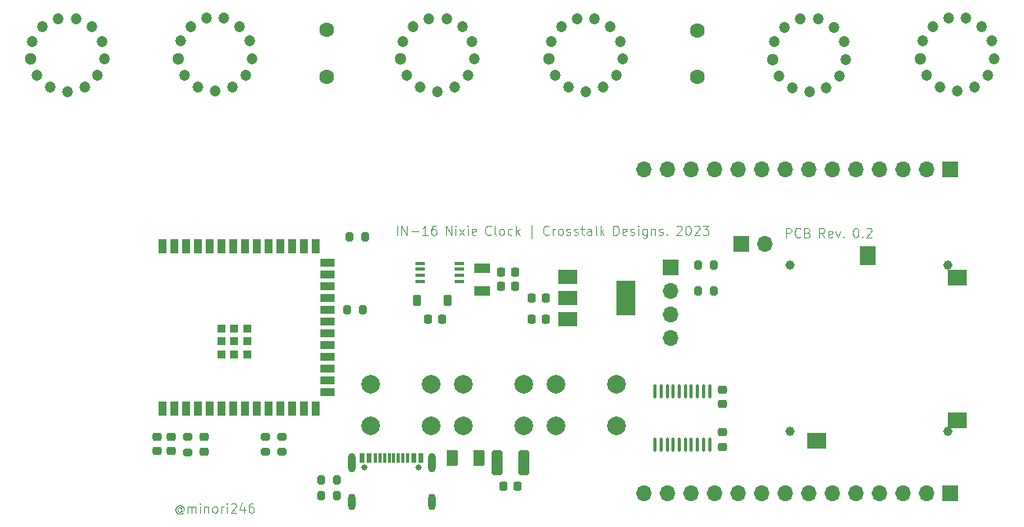
<source format=gts>
%TF.GenerationSoftware,KiCad,Pcbnew,(7.0.0)*%
%TF.CreationDate,2023-08-29T20:45:16+09:00*%
%TF.ProjectId,IN-16_Nixie_Clock,494e2d31-365f-44e6-9978-69655f436c6f,rev?*%
%TF.SameCoordinates,Original*%
%TF.FileFunction,Soldermask,Top*%
%TF.FilePolarity,Negative*%
%FSLAX46Y46*%
G04 Gerber Fmt 4.6, Leading zero omitted, Abs format (unit mm)*
G04 Created by KiCad (PCBNEW (7.0.0)) date 2023-08-29 20:45:16*
%MOMM*%
%LPD*%
G01*
G04 APERTURE LIST*
G04 Aperture macros list*
%AMRoundRect*
0 Rectangle with rounded corners*
0 $1 Rounding radius*
0 $2 $3 $4 $5 $6 $7 $8 $9 X,Y pos of 4 corners*
0 Add a 4 corners polygon primitive as box body*
4,1,4,$2,$3,$4,$5,$6,$7,$8,$9,$2,$3,0*
0 Add four circle primitives for the rounded corners*
1,1,$1+$1,$2,$3*
1,1,$1+$1,$4,$5*
1,1,$1+$1,$6,$7*
1,1,$1+$1,$8,$9*
0 Add four rect primitives between the rounded corners*
20,1,$1+$1,$2,$3,$4,$5,0*
20,1,$1+$1,$4,$5,$6,$7,0*
20,1,$1+$1,$6,$7,$8,$9,0*
20,1,$1+$1,$8,$9,$2,$3,0*%
G04 Aperture macros list end*
%ADD10C,0.100000*%
%ADD11RoundRect,0.225000X0.225000X0.375000X-0.225000X0.375000X-0.225000X-0.375000X0.225000X-0.375000X0*%
%ADD12C,1.200000*%
%ADD13C,1.300000*%
%ADD14C,1.600000*%
%ADD15RoundRect,0.225000X-0.250000X0.225000X-0.250000X-0.225000X0.250000X-0.225000X0.250000X0.225000X0*%
%ADD16RoundRect,0.225000X0.225000X0.250000X-0.225000X0.250000X-0.225000X-0.250000X0.225000X-0.250000X0*%
%ADD17RoundRect,0.100000X-0.100000X0.637500X-0.100000X-0.637500X0.100000X-0.637500X0.100000X0.637500X0*%
%ADD18RoundRect,0.200000X-0.275000X0.200000X-0.275000X-0.200000X0.275000X-0.200000X0.275000X0.200000X0*%
%ADD19R,1.700000X1.700000*%
%ADD20O,1.700000X1.700000*%
%ADD21RoundRect,0.225000X0.250000X-0.225000X0.250000X0.225000X-0.250000X0.225000X-0.250000X-0.225000X0*%
%ADD22RoundRect,0.200000X-0.200000X-0.275000X0.200000X-0.275000X0.200000X0.275000X-0.200000X0.275000X0*%
%ADD23C,0.650000*%
%ADD24R,0.600000X1.140000*%
%ADD25R,0.300000X1.140000*%
%ADD26O,0.800000X2.100000*%
%ADD27O,0.800000X1.800000*%
%ADD28R,1.800000X1.000000*%
%ADD29RoundRect,0.225000X-0.225000X-0.250000X0.225000X-0.250000X0.225000X0.250000X-0.225000X0.250000X0*%
%ADD30RoundRect,0.250000X0.375000X0.625000X-0.375000X0.625000X-0.375000X-0.625000X0.375000X-0.625000X0*%
%ADD31C,1.000000*%
%ADD32R,2.000000X1.800000*%
%ADD33R,1.800000X2.000000*%
%ADD34R,0.900000X1.500000*%
%ADD35R,1.500000X0.900000*%
%ADD36R,0.900000X0.900000*%
%ADD37R,1.100000X0.400000*%
%ADD38RoundRect,0.250000X-0.325000X-1.100000X0.325000X-1.100000X0.325000X1.100000X-0.325000X1.100000X0*%
%ADD39RoundRect,0.200000X0.275000X-0.200000X0.275000X0.200000X-0.275000X0.200000X-0.275000X-0.200000X0*%
%ADD40R,2.000000X1.500000*%
%ADD41R,2.000000X3.800000*%
%ADD42C,2.000000*%
G04 APERTURE END LIST*
D10*
X64357142Y-114114190D02*
X64309523Y-114066571D01*
X64309523Y-114066571D02*
X64214285Y-114018952D01*
X64214285Y-114018952D02*
X64119047Y-114018952D01*
X64119047Y-114018952D02*
X64023809Y-114066571D01*
X64023809Y-114066571D02*
X63976190Y-114114190D01*
X63976190Y-114114190D02*
X63928571Y-114209428D01*
X63928571Y-114209428D02*
X63928571Y-114304666D01*
X63928571Y-114304666D02*
X63976190Y-114399904D01*
X63976190Y-114399904D02*
X64023809Y-114447523D01*
X64023809Y-114447523D02*
X64119047Y-114495142D01*
X64119047Y-114495142D02*
X64214285Y-114495142D01*
X64214285Y-114495142D02*
X64309523Y-114447523D01*
X64309523Y-114447523D02*
X64357142Y-114399904D01*
X64357142Y-114018952D02*
X64357142Y-114399904D01*
X64357142Y-114399904D02*
X64404761Y-114447523D01*
X64404761Y-114447523D02*
X64452380Y-114447523D01*
X64452380Y-114447523D02*
X64547619Y-114399904D01*
X64547619Y-114399904D02*
X64595238Y-114304666D01*
X64595238Y-114304666D02*
X64595238Y-114066571D01*
X64595238Y-114066571D02*
X64500000Y-113923714D01*
X64500000Y-113923714D02*
X64357142Y-113828476D01*
X64357142Y-113828476D02*
X64166666Y-113780857D01*
X64166666Y-113780857D02*
X63976190Y-113828476D01*
X63976190Y-113828476D02*
X63833333Y-113923714D01*
X63833333Y-113923714D02*
X63738095Y-114066571D01*
X63738095Y-114066571D02*
X63690476Y-114257047D01*
X63690476Y-114257047D02*
X63738095Y-114447523D01*
X63738095Y-114447523D02*
X63833333Y-114590380D01*
X63833333Y-114590380D02*
X63976190Y-114685619D01*
X63976190Y-114685619D02*
X64166666Y-114733238D01*
X64166666Y-114733238D02*
X64357142Y-114685619D01*
X64357142Y-114685619D02*
X64500000Y-114590380D01*
X65023809Y-114590380D02*
X65023809Y-113923714D01*
X65023809Y-114018952D02*
X65071428Y-113971333D01*
X65071428Y-113971333D02*
X65166666Y-113923714D01*
X65166666Y-113923714D02*
X65309523Y-113923714D01*
X65309523Y-113923714D02*
X65404761Y-113971333D01*
X65404761Y-113971333D02*
X65452380Y-114066571D01*
X65452380Y-114066571D02*
X65452380Y-114590380D01*
X65452380Y-114066571D02*
X65499999Y-113971333D01*
X65499999Y-113971333D02*
X65595237Y-113923714D01*
X65595237Y-113923714D02*
X65738094Y-113923714D01*
X65738094Y-113923714D02*
X65833333Y-113971333D01*
X65833333Y-113971333D02*
X65880952Y-114066571D01*
X65880952Y-114066571D02*
X65880952Y-114590380D01*
X66357142Y-114590380D02*
X66357142Y-113923714D01*
X66357142Y-113590380D02*
X66309523Y-113638000D01*
X66309523Y-113638000D02*
X66357142Y-113685619D01*
X66357142Y-113685619D02*
X66404761Y-113638000D01*
X66404761Y-113638000D02*
X66357142Y-113590380D01*
X66357142Y-113590380D02*
X66357142Y-113685619D01*
X66833332Y-113923714D02*
X66833332Y-114590380D01*
X66833332Y-114018952D02*
X66880951Y-113971333D01*
X66880951Y-113971333D02*
X66976189Y-113923714D01*
X66976189Y-113923714D02*
X67119046Y-113923714D01*
X67119046Y-113923714D02*
X67214284Y-113971333D01*
X67214284Y-113971333D02*
X67261903Y-114066571D01*
X67261903Y-114066571D02*
X67261903Y-114590380D01*
X67880951Y-114590380D02*
X67785713Y-114542761D01*
X67785713Y-114542761D02*
X67738094Y-114495142D01*
X67738094Y-114495142D02*
X67690475Y-114399904D01*
X67690475Y-114399904D02*
X67690475Y-114114190D01*
X67690475Y-114114190D02*
X67738094Y-114018952D01*
X67738094Y-114018952D02*
X67785713Y-113971333D01*
X67785713Y-113971333D02*
X67880951Y-113923714D01*
X67880951Y-113923714D02*
X68023808Y-113923714D01*
X68023808Y-113923714D02*
X68119046Y-113971333D01*
X68119046Y-113971333D02*
X68166665Y-114018952D01*
X68166665Y-114018952D02*
X68214284Y-114114190D01*
X68214284Y-114114190D02*
X68214284Y-114399904D01*
X68214284Y-114399904D02*
X68166665Y-114495142D01*
X68166665Y-114495142D02*
X68119046Y-114542761D01*
X68119046Y-114542761D02*
X68023808Y-114590380D01*
X68023808Y-114590380D02*
X67880951Y-114590380D01*
X68642856Y-114590380D02*
X68642856Y-113923714D01*
X68642856Y-114114190D02*
X68690475Y-114018952D01*
X68690475Y-114018952D02*
X68738094Y-113971333D01*
X68738094Y-113971333D02*
X68833332Y-113923714D01*
X68833332Y-113923714D02*
X68928570Y-113923714D01*
X69261904Y-114590380D02*
X69261904Y-113923714D01*
X69261904Y-113590380D02*
X69214285Y-113638000D01*
X69214285Y-113638000D02*
X69261904Y-113685619D01*
X69261904Y-113685619D02*
X69309523Y-113638000D01*
X69309523Y-113638000D02*
X69261904Y-113590380D01*
X69261904Y-113590380D02*
X69261904Y-113685619D01*
X69690475Y-113685619D02*
X69738094Y-113638000D01*
X69738094Y-113638000D02*
X69833332Y-113590380D01*
X69833332Y-113590380D02*
X70071427Y-113590380D01*
X70071427Y-113590380D02*
X70166665Y-113638000D01*
X70166665Y-113638000D02*
X70214284Y-113685619D01*
X70214284Y-113685619D02*
X70261903Y-113780857D01*
X70261903Y-113780857D02*
X70261903Y-113876095D01*
X70261903Y-113876095D02*
X70214284Y-114018952D01*
X70214284Y-114018952D02*
X69642856Y-114590380D01*
X69642856Y-114590380D02*
X70261903Y-114590380D01*
X71119046Y-113923714D02*
X71119046Y-114590380D01*
X70880951Y-113542761D02*
X70642856Y-114257047D01*
X70642856Y-114257047D02*
X71261903Y-114257047D01*
X72071427Y-113590380D02*
X71880951Y-113590380D01*
X71880951Y-113590380D02*
X71785713Y-113638000D01*
X71785713Y-113638000D02*
X71738094Y-113685619D01*
X71738094Y-113685619D02*
X71642856Y-113828476D01*
X71642856Y-113828476D02*
X71595237Y-114018952D01*
X71595237Y-114018952D02*
X71595237Y-114399904D01*
X71595237Y-114399904D02*
X71642856Y-114495142D01*
X71642856Y-114495142D02*
X71690475Y-114542761D01*
X71690475Y-114542761D02*
X71785713Y-114590380D01*
X71785713Y-114590380D02*
X71976189Y-114590380D01*
X71976189Y-114590380D02*
X72071427Y-114542761D01*
X72071427Y-114542761D02*
X72119046Y-114495142D01*
X72119046Y-114495142D02*
X72166665Y-114399904D01*
X72166665Y-114399904D02*
X72166665Y-114161809D01*
X72166665Y-114161809D02*
X72119046Y-114066571D01*
X72119046Y-114066571D02*
X72071427Y-114018952D01*
X72071427Y-114018952D02*
X71976189Y-113971333D01*
X71976189Y-113971333D02*
X71785713Y-113971333D01*
X71785713Y-113971333D02*
X71690475Y-114018952D01*
X71690475Y-114018952D02*
X71642856Y-114066571D01*
X71642856Y-114066571D02*
X71595237Y-114161809D01*
X87614095Y-84618380D02*
X87614095Y-83618380D01*
X88090285Y-84618380D02*
X88090285Y-83618380D01*
X88090285Y-83618380D02*
X88661713Y-84618380D01*
X88661713Y-84618380D02*
X88661713Y-83618380D01*
X89137904Y-84237428D02*
X89899809Y-84237428D01*
X90899808Y-84618380D02*
X90328380Y-84618380D01*
X90614094Y-84618380D02*
X90614094Y-83618380D01*
X90614094Y-83618380D02*
X90518856Y-83761238D01*
X90518856Y-83761238D02*
X90423618Y-83856476D01*
X90423618Y-83856476D02*
X90328380Y-83904095D01*
X91756951Y-83618380D02*
X91566475Y-83618380D01*
X91566475Y-83618380D02*
X91471237Y-83666000D01*
X91471237Y-83666000D02*
X91423618Y-83713619D01*
X91423618Y-83713619D02*
X91328380Y-83856476D01*
X91328380Y-83856476D02*
X91280761Y-84046952D01*
X91280761Y-84046952D02*
X91280761Y-84427904D01*
X91280761Y-84427904D02*
X91328380Y-84523142D01*
X91328380Y-84523142D02*
X91375999Y-84570761D01*
X91375999Y-84570761D02*
X91471237Y-84618380D01*
X91471237Y-84618380D02*
X91661713Y-84618380D01*
X91661713Y-84618380D02*
X91756951Y-84570761D01*
X91756951Y-84570761D02*
X91804570Y-84523142D01*
X91804570Y-84523142D02*
X91852189Y-84427904D01*
X91852189Y-84427904D02*
X91852189Y-84189809D01*
X91852189Y-84189809D02*
X91804570Y-84094571D01*
X91804570Y-84094571D02*
X91756951Y-84046952D01*
X91756951Y-84046952D02*
X91661713Y-83999333D01*
X91661713Y-83999333D02*
X91471237Y-83999333D01*
X91471237Y-83999333D02*
X91375999Y-84046952D01*
X91375999Y-84046952D02*
X91328380Y-84094571D01*
X91328380Y-84094571D02*
X91280761Y-84189809D01*
X92880761Y-84618380D02*
X92880761Y-83618380D01*
X92880761Y-83618380D02*
X93452189Y-84618380D01*
X93452189Y-84618380D02*
X93452189Y-83618380D01*
X93928380Y-84618380D02*
X93928380Y-83951714D01*
X93928380Y-83618380D02*
X93880761Y-83666000D01*
X93880761Y-83666000D02*
X93928380Y-83713619D01*
X93928380Y-83713619D02*
X93975999Y-83666000D01*
X93975999Y-83666000D02*
X93928380Y-83618380D01*
X93928380Y-83618380D02*
X93928380Y-83713619D01*
X94309332Y-84618380D02*
X94833141Y-83951714D01*
X94309332Y-83951714D02*
X94833141Y-84618380D01*
X95214094Y-84618380D02*
X95214094Y-83951714D01*
X95214094Y-83618380D02*
X95166475Y-83666000D01*
X95166475Y-83666000D02*
X95214094Y-83713619D01*
X95214094Y-83713619D02*
X95261713Y-83666000D01*
X95261713Y-83666000D02*
X95214094Y-83618380D01*
X95214094Y-83618380D02*
X95214094Y-83713619D01*
X96071236Y-84570761D02*
X95975998Y-84618380D01*
X95975998Y-84618380D02*
X95785522Y-84618380D01*
X95785522Y-84618380D02*
X95690284Y-84570761D01*
X95690284Y-84570761D02*
X95642665Y-84475523D01*
X95642665Y-84475523D02*
X95642665Y-84094571D01*
X95642665Y-84094571D02*
X95690284Y-83999333D01*
X95690284Y-83999333D02*
X95785522Y-83951714D01*
X95785522Y-83951714D02*
X95975998Y-83951714D01*
X95975998Y-83951714D02*
X96071236Y-83999333D01*
X96071236Y-83999333D02*
X96118855Y-84094571D01*
X96118855Y-84094571D02*
X96118855Y-84189809D01*
X96118855Y-84189809D02*
X95642665Y-84285047D01*
X97718855Y-84523142D02*
X97671236Y-84570761D01*
X97671236Y-84570761D02*
X97528379Y-84618380D01*
X97528379Y-84618380D02*
X97433141Y-84618380D01*
X97433141Y-84618380D02*
X97290284Y-84570761D01*
X97290284Y-84570761D02*
X97195046Y-84475523D01*
X97195046Y-84475523D02*
X97147427Y-84380285D01*
X97147427Y-84380285D02*
X97099808Y-84189809D01*
X97099808Y-84189809D02*
X97099808Y-84046952D01*
X97099808Y-84046952D02*
X97147427Y-83856476D01*
X97147427Y-83856476D02*
X97195046Y-83761238D01*
X97195046Y-83761238D02*
X97290284Y-83666000D01*
X97290284Y-83666000D02*
X97433141Y-83618380D01*
X97433141Y-83618380D02*
X97528379Y-83618380D01*
X97528379Y-83618380D02*
X97671236Y-83666000D01*
X97671236Y-83666000D02*
X97718855Y-83713619D01*
X98290284Y-84618380D02*
X98195046Y-84570761D01*
X98195046Y-84570761D02*
X98147427Y-84475523D01*
X98147427Y-84475523D02*
X98147427Y-83618380D01*
X98814094Y-84618380D02*
X98718856Y-84570761D01*
X98718856Y-84570761D02*
X98671237Y-84523142D01*
X98671237Y-84523142D02*
X98623618Y-84427904D01*
X98623618Y-84427904D02*
X98623618Y-84142190D01*
X98623618Y-84142190D02*
X98671237Y-84046952D01*
X98671237Y-84046952D02*
X98718856Y-83999333D01*
X98718856Y-83999333D02*
X98814094Y-83951714D01*
X98814094Y-83951714D02*
X98956951Y-83951714D01*
X98956951Y-83951714D02*
X99052189Y-83999333D01*
X99052189Y-83999333D02*
X99099808Y-84046952D01*
X99099808Y-84046952D02*
X99147427Y-84142190D01*
X99147427Y-84142190D02*
X99147427Y-84427904D01*
X99147427Y-84427904D02*
X99099808Y-84523142D01*
X99099808Y-84523142D02*
X99052189Y-84570761D01*
X99052189Y-84570761D02*
X98956951Y-84618380D01*
X98956951Y-84618380D02*
X98814094Y-84618380D01*
X100004570Y-84570761D02*
X99909332Y-84618380D01*
X99909332Y-84618380D02*
X99718856Y-84618380D01*
X99718856Y-84618380D02*
X99623618Y-84570761D01*
X99623618Y-84570761D02*
X99575999Y-84523142D01*
X99575999Y-84523142D02*
X99528380Y-84427904D01*
X99528380Y-84427904D02*
X99528380Y-84142190D01*
X99528380Y-84142190D02*
X99575999Y-84046952D01*
X99575999Y-84046952D02*
X99623618Y-83999333D01*
X99623618Y-83999333D02*
X99718856Y-83951714D01*
X99718856Y-83951714D02*
X99909332Y-83951714D01*
X99909332Y-83951714D02*
X100004570Y-83999333D01*
X100433142Y-84618380D02*
X100433142Y-83618380D01*
X100528380Y-84237428D02*
X100814094Y-84618380D01*
X100814094Y-83951714D02*
X100433142Y-84332666D01*
X102080761Y-84951714D02*
X102080761Y-83523142D01*
X103966475Y-84523142D02*
X103918856Y-84570761D01*
X103918856Y-84570761D02*
X103775999Y-84618380D01*
X103775999Y-84618380D02*
X103680761Y-84618380D01*
X103680761Y-84618380D02*
X103537904Y-84570761D01*
X103537904Y-84570761D02*
X103442666Y-84475523D01*
X103442666Y-84475523D02*
X103395047Y-84380285D01*
X103395047Y-84380285D02*
X103347428Y-84189809D01*
X103347428Y-84189809D02*
X103347428Y-84046952D01*
X103347428Y-84046952D02*
X103395047Y-83856476D01*
X103395047Y-83856476D02*
X103442666Y-83761238D01*
X103442666Y-83761238D02*
X103537904Y-83666000D01*
X103537904Y-83666000D02*
X103680761Y-83618380D01*
X103680761Y-83618380D02*
X103775999Y-83618380D01*
X103775999Y-83618380D02*
X103918856Y-83666000D01*
X103918856Y-83666000D02*
X103966475Y-83713619D01*
X104395047Y-84618380D02*
X104395047Y-83951714D01*
X104395047Y-84142190D02*
X104442666Y-84046952D01*
X104442666Y-84046952D02*
X104490285Y-83999333D01*
X104490285Y-83999333D02*
X104585523Y-83951714D01*
X104585523Y-83951714D02*
X104680761Y-83951714D01*
X105156952Y-84618380D02*
X105061714Y-84570761D01*
X105061714Y-84570761D02*
X105014095Y-84523142D01*
X105014095Y-84523142D02*
X104966476Y-84427904D01*
X104966476Y-84427904D02*
X104966476Y-84142190D01*
X104966476Y-84142190D02*
X105014095Y-84046952D01*
X105014095Y-84046952D02*
X105061714Y-83999333D01*
X105061714Y-83999333D02*
X105156952Y-83951714D01*
X105156952Y-83951714D02*
X105299809Y-83951714D01*
X105299809Y-83951714D02*
X105395047Y-83999333D01*
X105395047Y-83999333D02*
X105442666Y-84046952D01*
X105442666Y-84046952D02*
X105490285Y-84142190D01*
X105490285Y-84142190D02*
X105490285Y-84427904D01*
X105490285Y-84427904D02*
X105442666Y-84523142D01*
X105442666Y-84523142D02*
X105395047Y-84570761D01*
X105395047Y-84570761D02*
X105299809Y-84618380D01*
X105299809Y-84618380D02*
X105156952Y-84618380D01*
X105871238Y-84570761D02*
X105966476Y-84618380D01*
X105966476Y-84618380D02*
X106156952Y-84618380D01*
X106156952Y-84618380D02*
X106252190Y-84570761D01*
X106252190Y-84570761D02*
X106299809Y-84475523D01*
X106299809Y-84475523D02*
X106299809Y-84427904D01*
X106299809Y-84427904D02*
X106252190Y-84332666D01*
X106252190Y-84332666D02*
X106156952Y-84285047D01*
X106156952Y-84285047D02*
X106014095Y-84285047D01*
X106014095Y-84285047D02*
X105918857Y-84237428D01*
X105918857Y-84237428D02*
X105871238Y-84142190D01*
X105871238Y-84142190D02*
X105871238Y-84094571D01*
X105871238Y-84094571D02*
X105918857Y-83999333D01*
X105918857Y-83999333D02*
X106014095Y-83951714D01*
X106014095Y-83951714D02*
X106156952Y-83951714D01*
X106156952Y-83951714D02*
X106252190Y-83999333D01*
X106680762Y-84570761D02*
X106776000Y-84618380D01*
X106776000Y-84618380D02*
X106966476Y-84618380D01*
X106966476Y-84618380D02*
X107061714Y-84570761D01*
X107061714Y-84570761D02*
X107109333Y-84475523D01*
X107109333Y-84475523D02*
X107109333Y-84427904D01*
X107109333Y-84427904D02*
X107061714Y-84332666D01*
X107061714Y-84332666D02*
X106966476Y-84285047D01*
X106966476Y-84285047D02*
X106823619Y-84285047D01*
X106823619Y-84285047D02*
X106728381Y-84237428D01*
X106728381Y-84237428D02*
X106680762Y-84142190D01*
X106680762Y-84142190D02*
X106680762Y-84094571D01*
X106680762Y-84094571D02*
X106728381Y-83999333D01*
X106728381Y-83999333D02*
X106823619Y-83951714D01*
X106823619Y-83951714D02*
X106966476Y-83951714D01*
X106966476Y-83951714D02*
X107061714Y-83999333D01*
X107395048Y-83951714D02*
X107776000Y-83951714D01*
X107537905Y-83618380D02*
X107537905Y-84475523D01*
X107537905Y-84475523D02*
X107585524Y-84570761D01*
X107585524Y-84570761D02*
X107680762Y-84618380D01*
X107680762Y-84618380D02*
X107776000Y-84618380D01*
X108537905Y-84618380D02*
X108537905Y-84094571D01*
X108537905Y-84094571D02*
X108490286Y-83999333D01*
X108490286Y-83999333D02*
X108395048Y-83951714D01*
X108395048Y-83951714D02*
X108204572Y-83951714D01*
X108204572Y-83951714D02*
X108109334Y-83999333D01*
X108537905Y-84570761D02*
X108442667Y-84618380D01*
X108442667Y-84618380D02*
X108204572Y-84618380D01*
X108204572Y-84618380D02*
X108109334Y-84570761D01*
X108109334Y-84570761D02*
X108061715Y-84475523D01*
X108061715Y-84475523D02*
X108061715Y-84380285D01*
X108061715Y-84380285D02*
X108109334Y-84285047D01*
X108109334Y-84285047D02*
X108204572Y-84237428D01*
X108204572Y-84237428D02*
X108442667Y-84237428D01*
X108442667Y-84237428D02*
X108537905Y-84189809D01*
X109156953Y-84618380D02*
X109061715Y-84570761D01*
X109061715Y-84570761D02*
X109014096Y-84475523D01*
X109014096Y-84475523D02*
X109014096Y-83618380D01*
X109537906Y-84618380D02*
X109537906Y-83618380D01*
X109633144Y-84237428D02*
X109918858Y-84618380D01*
X109918858Y-83951714D02*
X109537906Y-84332666D01*
X110947430Y-84618380D02*
X110947430Y-83618380D01*
X110947430Y-83618380D02*
X111185525Y-83618380D01*
X111185525Y-83618380D02*
X111328382Y-83666000D01*
X111328382Y-83666000D02*
X111423620Y-83761238D01*
X111423620Y-83761238D02*
X111471239Y-83856476D01*
X111471239Y-83856476D02*
X111518858Y-84046952D01*
X111518858Y-84046952D02*
X111518858Y-84189809D01*
X111518858Y-84189809D02*
X111471239Y-84380285D01*
X111471239Y-84380285D02*
X111423620Y-84475523D01*
X111423620Y-84475523D02*
X111328382Y-84570761D01*
X111328382Y-84570761D02*
X111185525Y-84618380D01*
X111185525Y-84618380D02*
X110947430Y-84618380D01*
X112328382Y-84570761D02*
X112233144Y-84618380D01*
X112233144Y-84618380D02*
X112042668Y-84618380D01*
X112042668Y-84618380D02*
X111947430Y-84570761D01*
X111947430Y-84570761D02*
X111899811Y-84475523D01*
X111899811Y-84475523D02*
X111899811Y-84094571D01*
X111899811Y-84094571D02*
X111947430Y-83999333D01*
X111947430Y-83999333D02*
X112042668Y-83951714D01*
X112042668Y-83951714D02*
X112233144Y-83951714D01*
X112233144Y-83951714D02*
X112328382Y-83999333D01*
X112328382Y-83999333D02*
X112376001Y-84094571D01*
X112376001Y-84094571D02*
X112376001Y-84189809D01*
X112376001Y-84189809D02*
X111899811Y-84285047D01*
X112756954Y-84570761D02*
X112852192Y-84618380D01*
X112852192Y-84618380D02*
X113042668Y-84618380D01*
X113042668Y-84618380D02*
X113137906Y-84570761D01*
X113137906Y-84570761D02*
X113185525Y-84475523D01*
X113185525Y-84475523D02*
X113185525Y-84427904D01*
X113185525Y-84427904D02*
X113137906Y-84332666D01*
X113137906Y-84332666D02*
X113042668Y-84285047D01*
X113042668Y-84285047D02*
X112899811Y-84285047D01*
X112899811Y-84285047D02*
X112804573Y-84237428D01*
X112804573Y-84237428D02*
X112756954Y-84142190D01*
X112756954Y-84142190D02*
X112756954Y-84094571D01*
X112756954Y-84094571D02*
X112804573Y-83999333D01*
X112804573Y-83999333D02*
X112899811Y-83951714D01*
X112899811Y-83951714D02*
X113042668Y-83951714D01*
X113042668Y-83951714D02*
X113137906Y-83999333D01*
X113614097Y-84618380D02*
X113614097Y-83951714D01*
X113614097Y-83618380D02*
X113566478Y-83666000D01*
X113566478Y-83666000D02*
X113614097Y-83713619D01*
X113614097Y-83713619D02*
X113661716Y-83666000D01*
X113661716Y-83666000D02*
X113614097Y-83618380D01*
X113614097Y-83618380D02*
X113614097Y-83713619D01*
X114518858Y-83951714D02*
X114518858Y-84761238D01*
X114518858Y-84761238D02*
X114471239Y-84856476D01*
X114471239Y-84856476D02*
X114423620Y-84904095D01*
X114423620Y-84904095D02*
X114328382Y-84951714D01*
X114328382Y-84951714D02*
X114185525Y-84951714D01*
X114185525Y-84951714D02*
X114090287Y-84904095D01*
X114518858Y-84570761D02*
X114423620Y-84618380D01*
X114423620Y-84618380D02*
X114233144Y-84618380D01*
X114233144Y-84618380D02*
X114137906Y-84570761D01*
X114137906Y-84570761D02*
X114090287Y-84523142D01*
X114090287Y-84523142D02*
X114042668Y-84427904D01*
X114042668Y-84427904D02*
X114042668Y-84142190D01*
X114042668Y-84142190D02*
X114090287Y-84046952D01*
X114090287Y-84046952D02*
X114137906Y-83999333D01*
X114137906Y-83999333D02*
X114233144Y-83951714D01*
X114233144Y-83951714D02*
X114423620Y-83951714D01*
X114423620Y-83951714D02*
X114518858Y-83999333D01*
X114995049Y-83951714D02*
X114995049Y-84618380D01*
X114995049Y-84046952D02*
X115042668Y-83999333D01*
X115042668Y-83999333D02*
X115137906Y-83951714D01*
X115137906Y-83951714D02*
X115280763Y-83951714D01*
X115280763Y-83951714D02*
X115376001Y-83999333D01*
X115376001Y-83999333D02*
X115423620Y-84094571D01*
X115423620Y-84094571D02*
X115423620Y-84618380D01*
X115852192Y-84570761D02*
X115947430Y-84618380D01*
X115947430Y-84618380D02*
X116137906Y-84618380D01*
X116137906Y-84618380D02*
X116233144Y-84570761D01*
X116233144Y-84570761D02*
X116280763Y-84475523D01*
X116280763Y-84475523D02*
X116280763Y-84427904D01*
X116280763Y-84427904D02*
X116233144Y-84332666D01*
X116233144Y-84332666D02*
X116137906Y-84285047D01*
X116137906Y-84285047D02*
X115995049Y-84285047D01*
X115995049Y-84285047D02*
X115899811Y-84237428D01*
X115899811Y-84237428D02*
X115852192Y-84142190D01*
X115852192Y-84142190D02*
X115852192Y-84094571D01*
X115852192Y-84094571D02*
X115899811Y-83999333D01*
X115899811Y-83999333D02*
X115995049Y-83951714D01*
X115995049Y-83951714D02*
X116137906Y-83951714D01*
X116137906Y-83951714D02*
X116233144Y-83999333D01*
X116709335Y-84523142D02*
X116756954Y-84570761D01*
X116756954Y-84570761D02*
X116709335Y-84618380D01*
X116709335Y-84618380D02*
X116661716Y-84570761D01*
X116661716Y-84570761D02*
X116709335Y-84523142D01*
X116709335Y-84523142D02*
X116709335Y-84618380D01*
X117737906Y-83713619D02*
X117785525Y-83666000D01*
X117785525Y-83666000D02*
X117880763Y-83618380D01*
X117880763Y-83618380D02*
X118118858Y-83618380D01*
X118118858Y-83618380D02*
X118214096Y-83666000D01*
X118214096Y-83666000D02*
X118261715Y-83713619D01*
X118261715Y-83713619D02*
X118309334Y-83808857D01*
X118309334Y-83808857D02*
X118309334Y-83904095D01*
X118309334Y-83904095D02*
X118261715Y-84046952D01*
X118261715Y-84046952D02*
X117690287Y-84618380D01*
X117690287Y-84618380D02*
X118309334Y-84618380D01*
X118928382Y-83618380D02*
X119023620Y-83618380D01*
X119023620Y-83618380D02*
X119118858Y-83666000D01*
X119118858Y-83666000D02*
X119166477Y-83713619D01*
X119166477Y-83713619D02*
X119214096Y-83808857D01*
X119214096Y-83808857D02*
X119261715Y-83999333D01*
X119261715Y-83999333D02*
X119261715Y-84237428D01*
X119261715Y-84237428D02*
X119214096Y-84427904D01*
X119214096Y-84427904D02*
X119166477Y-84523142D01*
X119166477Y-84523142D02*
X119118858Y-84570761D01*
X119118858Y-84570761D02*
X119023620Y-84618380D01*
X119023620Y-84618380D02*
X118928382Y-84618380D01*
X118928382Y-84618380D02*
X118833144Y-84570761D01*
X118833144Y-84570761D02*
X118785525Y-84523142D01*
X118785525Y-84523142D02*
X118737906Y-84427904D01*
X118737906Y-84427904D02*
X118690287Y-84237428D01*
X118690287Y-84237428D02*
X118690287Y-83999333D01*
X118690287Y-83999333D02*
X118737906Y-83808857D01*
X118737906Y-83808857D02*
X118785525Y-83713619D01*
X118785525Y-83713619D02*
X118833144Y-83666000D01*
X118833144Y-83666000D02*
X118928382Y-83618380D01*
X119642668Y-83713619D02*
X119690287Y-83666000D01*
X119690287Y-83666000D02*
X119785525Y-83618380D01*
X119785525Y-83618380D02*
X120023620Y-83618380D01*
X120023620Y-83618380D02*
X120118858Y-83666000D01*
X120118858Y-83666000D02*
X120166477Y-83713619D01*
X120166477Y-83713619D02*
X120214096Y-83808857D01*
X120214096Y-83808857D02*
X120214096Y-83904095D01*
X120214096Y-83904095D02*
X120166477Y-84046952D01*
X120166477Y-84046952D02*
X119595049Y-84618380D01*
X119595049Y-84618380D02*
X120214096Y-84618380D01*
X120547430Y-83618380D02*
X121166477Y-83618380D01*
X121166477Y-83618380D02*
X120833144Y-83999333D01*
X120833144Y-83999333D02*
X120976001Y-83999333D01*
X120976001Y-83999333D02*
X121071239Y-84046952D01*
X121071239Y-84046952D02*
X121118858Y-84094571D01*
X121118858Y-84094571D02*
X121166477Y-84189809D01*
X121166477Y-84189809D02*
X121166477Y-84427904D01*
X121166477Y-84427904D02*
X121118858Y-84523142D01*
X121118858Y-84523142D02*
X121071239Y-84570761D01*
X121071239Y-84570761D02*
X120976001Y-84618380D01*
X120976001Y-84618380D02*
X120690287Y-84618380D01*
X120690287Y-84618380D02*
X120595049Y-84570761D01*
X120595049Y-84570761D02*
X120547430Y-84523142D01*
X129524095Y-84872380D02*
X129524095Y-83872380D01*
X129524095Y-83872380D02*
X129905047Y-83872380D01*
X129905047Y-83872380D02*
X130000285Y-83920000D01*
X130000285Y-83920000D02*
X130047904Y-83967619D01*
X130047904Y-83967619D02*
X130095523Y-84062857D01*
X130095523Y-84062857D02*
X130095523Y-84205714D01*
X130095523Y-84205714D02*
X130047904Y-84300952D01*
X130047904Y-84300952D02*
X130000285Y-84348571D01*
X130000285Y-84348571D02*
X129905047Y-84396190D01*
X129905047Y-84396190D02*
X129524095Y-84396190D01*
X131095523Y-84777142D02*
X131047904Y-84824761D01*
X131047904Y-84824761D02*
X130905047Y-84872380D01*
X130905047Y-84872380D02*
X130809809Y-84872380D01*
X130809809Y-84872380D02*
X130666952Y-84824761D01*
X130666952Y-84824761D02*
X130571714Y-84729523D01*
X130571714Y-84729523D02*
X130524095Y-84634285D01*
X130524095Y-84634285D02*
X130476476Y-84443809D01*
X130476476Y-84443809D02*
X130476476Y-84300952D01*
X130476476Y-84300952D02*
X130524095Y-84110476D01*
X130524095Y-84110476D02*
X130571714Y-84015238D01*
X130571714Y-84015238D02*
X130666952Y-83920000D01*
X130666952Y-83920000D02*
X130809809Y-83872380D01*
X130809809Y-83872380D02*
X130905047Y-83872380D01*
X130905047Y-83872380D02*
X131047904Y-83920000D01*
X131047904Y-83920000D02*
X131095523Y-83967619D01*
X131857428Y-84348571D02*
X132000285Y-84396190D01*
X132000285Y-84396190D02*
X132047904Y-84443809D01*
X132047904Y-84443809D02*
X132095523Y-84539047D01*
X132095523Y-84539047D02*
X132095523Y-84681904D01*
X132095523Y-84681904D02*
X132047904Y-84777142D01*
X132047904Y-84777142D02*
X132000285Y-84824761D01*
X132000285Y-84824761D02*
X131905047Y-84872380D01*
X131905047Y-84872380D02*
X131524095Y-84872380D01*
X131524095Y-84872380D02*
X131524095Y-83872380D01*
X131524095Y-83872380D02*
X131857428Y-83872380D01*
X131857428Y-83872380D02*
X131952666Y-83920000D01*
X131952666Y-83920000D02*
X132000285Y-83967619D01*
X132000285Y-83967619D02*
X132047904Y-84062857D01*
X132047904Y-84062857D02*
X132047904Y-84158095D01*
X132047904Y-84158095D02*
X132000285Y-84253333D01*
X132000285Y-84253333D02*
X131952666Y-84300952D01*
X131952666Y-84300952D02*
X131857428Y-84348571D01*
X131857428Y-84348571D02*
X131524095Y-84348571D01*
X133695523Y-84872380D02*
X133362190Y-84396190D01*
X133124095Y-84872380D02*
X133124095Y-83872380D01*
X133124095Y-83872380D02*
X133505047Y-83872380D01*
X133505047Y-83872380D02*
X133600285Y-83920000D01*
X133600285Y-83920000D02*
X133647904Y-83967619D01*
X133647904Y-83967619D02*
X133695523Y-84062857D01*
X133695523Y-84062857D02*
X133695523Y-84205714D01*
X133695523Y-84205714D02*
X133647904Y-84300952D01*
X133647904Y-84300952D02*
X133600285Y-84348571D01*
X133600285Y-84348571D02*
X133505047Y-84396190D01*
X133505047Y-84396190D02*
X133124095Y-84396190D01*
X134505047Y-84824761D02*
X134409809Y-84872380D01*
X134409809Y-84872380D02*
X134219333Y-84872380D01*
X134219333Y-84872380D02*
X134124095Y-84824761D01*
X134124095Y-84824761D02*
X134076476Y-84729523D01*
X134076476Y-84729523D02*
X134076476Y-84348571D01*
X134076476Y-84348571D02*
X134124095Y-84253333D01*
X134124095Y-84253333D02*
X134219333Y-84205714D01*
X134219333Y-84205714D02*
X134409809Y-84205714D01*
X134409809Y-84205714D02*
X134505047Y-84253333D01*
X134505047Y-84253333D02*
X134552666Y-84348571D01*
X134552666Y-84348571D02*
X134552666Y-84443809D01*
X134552666Y-84443809D02*
X134076476Y-84539047D01*
X134886000Y-84205714D02*
X135124095Y-84872380D01*
X135124095Y-84872380D02*
X135362190Y-84205714D01*
X135743143Y-84777142D02*
X135790762Y-84824761D01*
X135790762Y-84824761D02*
X135743143Y-84872380D01*
X135743143Y-84872380D02*
X135695524Y-84824761D01*
X135695524Y-84824761D02*
X135743143Y-84777142D01*
X135743143Y-84777142D02*
X135743143Y-84872380D01*
X137009809Y-83872380D02*
X137105047Y-83872380D01*
X137105047Y-83872380D02*
X137200285Y-83920000D01*
X137200285Y-83920000D02*
X137247904Y-83967619D01*
X137247904Y-83967619D02*
X137295523Y-84062857D01*
X137295523Y-84062857D02*
X137343142Y-84253333D01*
X137343142Y-84253333D02*
X137343142Y-84491428D01*
X137343142Y-84491428D02*
X137295523Y-84681904D01*
X137295523Y-84681904D02*
X137247904Y-84777142D01*
X137247904Y-84777142D02*
X137200285Y-84824761D01*
X137200285Y-84824761D02*
X137105047Y-84872380D01*
X137105047Y-84872380D02*
X137009809Y-84872380D01*
X137009809Y-84872380D02*
X136914571Y-84824761D01*
X136914571Y-84824761D02*
X136866952Y-84777142D01*
X136866952Y-84777142D02*
X136819333Y-84681904D01*
X136819333Y-84681904D02*
X136771714Y-84491428D01*
X136771714Y-84491428D02*
X136771714Y-84253333D01*
X136771714Y-84253333D02*
X136819333Y-84062857D01*
X136819333Y-84062857D02*
X136866952Y-83967619D01*
X136866952Y-83967619D02*
X136914571Y-83920000D01*
X136914571Y-83920000D02*
X137009809Y-83872380D01*
X137771714Y-84777142D02*
X137819333Y-84824761D01*
X137819333Y-84824761D02*
X137771714Y-84872380D01*
X137771714Y-84872380D02*
X137724095Y-84824761D01*
X137724095Y-84824761D02*
X137771714Y-84777142D01*
X137771714Y-84777142D02*
X137771714Y-84872380D01*
X138200285Y-83967619D02*
X138247904Y-83920000D01*
X138247904Y-83920000D02*
X138343142Y-83872380D01*
X138343142Y-83872380D02*
X138581237Y-83872380D01*
X138581237Y-83872380D02*
X138676475Y-83920000D01*
X138676475Y-83920000D02*
X138724094Y-83967619D01*
X138724094Y-83967619D02*
X138771713Y-84062857D01*
X138771713Y-84062857D02*
X138771713Y-84158095D01*
X138771713Y-84158095D02*
X138724094Y-84300952D01*
X138724094Y-84300952D02*
X138152666Y-84872380D01*
X138152666Y-84872380D02*
X138771713Y-84872380D01*
D11*
%TO.C,D4*%
X93090000Y-91694000D03*
X89790000Y-91694000D03*
%TD*%
D12*
%TO.C,N4*%
X107940000Y-69120000D03*
X109800000Y-68660000D03*
X111230000Y-67390000D03*
X111910000Y-65600000D03*
X111680000Y-63700000D03*
X110590000Y-62130000D03*
X108900000Y-61240000D03*
X106980000Y-61240000D03*
X105290000Y-62130000D03*
X104200000Y-63700000D03*
D13*
X103970000Y-65600000D03*
D12*
X104650000Y-67390000D03*
X106080000Y-68660000D03*
%TD*%
D14*
%TO.C,N9*%
X119990818Y-67524000D03*
X119990818Y-62524000D03*
%TD*%
D12*
%TO.C,N1*%
X132040000Y-69160000D03*
X133900000Y-68700000D03*
X135330000Y-67430000D03*
X136010000Y-65640000D03*
X135780000Y-63740000D03*
X134690000Y-62170000D03*
X133000000Y-61280000D03*
X131080000Y-61280000D03*
X129390000Y-62170000D03*
X128300000Y-63740000D03*
D13*
X128070000Y-65640000D03*
D12*
X128750000Y-67430000D03*
X130180000Y-68700000D03*
%TD*%
D15*
%TO.C,C2*%
X61722000Y-106400000D03*
X61722000Y-107950000D03*
%TD*%
%TO.C,C1*%
X63246000Y-106413000D03*
X63246000Y-107963000D03*
%TD*%
D16*
%TO.C,C4*%
X103645000Y-91440000D03*
X102095000Y-91440000D03*
%TD*%
D12*
%TO.C,N8*%
X68000000Y-69100000D03*
X69860000Y-68640000D03*
X71290000Y-67370000D03*
X71970000Y-65580000D03*
X71740000Y-63680000D03*
X70650000Y-62110000D03*
X68960000Y-61220000D03*
X67040000Y-61220000D03*
X65350000Y-62110000D03*
X64260000Y-63680000D03*
D13*
X64030000Y-65580000D03*
D12*
X64710000Y-67370000D03*
X66140000Y-68640000D03*
%TD*%
D17*
%TO.C,U4*%
X121289000Y-101531500D03*
X120639000Y-101531500D03*
X119989000Y-101531500D03*
X119339000Y-101531500D03*
X118689000Y-101531500D03*
X118039000Y-101531500D03*
X117389000Y-101531500D03*
X116739000Y-101531500D03*
X116089000Y-101531500D03*
X115439000Y-101531500D03*
X115439000Y-107256500D03*
X116089000Y-107256500D03*
X116739000Y-107256500D03*
X117389000Y-107256500D03*
X118039000Y-107256500D03*
X118689000Y-107256500D03*
X119339000Y-107256500D03*
X119989000Y-107256500D03*
X120639000Y-107256500D03*
X121289000Y-107256500D03*
%TD*%
D18*
%TO.C,R24*%
X75184000Y-106363000D03*
X75184000Y-108013000D03*
%TD*%
D12*
%TO.C,N2*%
X148000000Y-69100000D03*
X149860000Y-68640000D03*
X151290000Y-67370000D03*
X151970000Y-65580000D03*
X151740000Y-63680000D03*
X150650000Y-62110000D03*
X148960000Y-61220000D03*
X147040000Y-61220000D03*
X145350000Y-62110000D03*
X144260000Y-63680000D03*
D13*
X144030000Y-65580000D03*
D12*
X144710000Y-67370000D03*
X146140000Y-68640000D03*
%TD*%
D15*
%TO.C,C9*%
X122682000Y-105918000D03*
X122682000Y-107468000D03*
%TD*%
D19*
%TO.C,J3*%
X147199999Y-112499999D03*
D20*
X144659999Y-112499999D03*
X142119999Y-112499999D03*
X139579999Y-112499999D03*
X137039999Y-112499999D03*
X134499999Y-112499999D03*
X131959999Y-112499999D03*
X129419999Y-112499999D03*
X126879999Y-112499999D03*
X124339999Y-112499999D03*
X121799999Y-112499999D03*
X119259999Y-112499999D03*
X116719999Y-112499999D03*
X114179999Y-112499999D03*
%TD*%
D21*
%TO.C,C7*%
X122682000Y-102883000D03*
X122682000Y-101333000D03*
%TD*%
D22*
%TO.C,R8*%
X120079000Y-90678000D03*
X121729000Y-90678000D03*
%TD*%
D23*
%TO.C,J5*%
X84110000Y-109720000D03*
X89890000Y-109720000D03*
D24*
X83799999Y-108649999D03*
X84599999Y-108649999D03*
D25*
X85749999Y-108649999D03*
X86749999Y-108649999D03*
X87249999Y-108649999D03*
X88249999Y-108649999D03*
D24*
X90199999Y-108649999D03*
X89399999Y-108649999D03*
D25*
X88749999Y-108649999D03*
X87749999Y-108649999D03*
X86249999Y-108649999D03*
X85249999Y-108649999D03*
D26*
X82679999Y-109219999D03*
D27*
X82679999Y-113399999D03*
D26*
X91319999Y-109219999D03*
D27*
X91319999Y-113399999D03*
%TD*%
D28*
%TO.C,Y1*%
X96760999Y-90657999D03*
X96760999Y-88157999D03*
%TD*%
D29*
%TO.C,C13*%
X100330000Y-90170000D03*
X98780000Y-90170000D03*
%TD*%
D15*
%TO.C,C3*%
X66802000Y-106426000D03*
X66802000Y-107976000D03*
%TD*%
D22*
%TO.C,R20*%
X82487000Y-84836000D03*
X84137000Y-84836000D03*
%TD*%
D29*
%TO.C,C15*%
X92469000Y-93726000D03*
X90919000Y-93726000D03*
%TD*%
D30*
%TO.C,F1*%
X96396000Y-108712000D03*
X93596000Y-108712000D03*
%TD*%
D29*
%TO.C,C14*%
X98780000Y-88646000D03*
X100330000Y-88646000D03*
%TD*%
D31*
%TO.C,U3*%
X129972000Y-87824000D03*
X129972000Y-105824000D03*
X146972000Y-87824000D03*
X146972000Y-105824000D03*
D32*
X147971999Y-89223999D03*
D33*
X138371999Y-86823999D03*
D32*
X132871999Y-106823999D03*
X147971999Y-104623999D03*
%TD*%
D34*
%TO.C,U8*%
X62339999Y-103344999D03*
X63609999Y-103344999D03*
X64879999Y-103344999D03*
X66149999Y-103344999D03*
X67419999Y-103344999D03*
X68689999Y-103344999D03*
X69959999Y-103344999D03*
X71229999Y-103344999D03*
X72499999Y-103344999D03*
X73769999Y-103344999D03*
X75039999Y-103344999D03*
X76309999Y-103344999D03*
X77579999Y-103344999D03*
X78849999Y-103344999D03*
D35*
X80099999Y-101579999D03*
X80099999Y-100309999D03*
X80099999Y-99039999D03*
X80099999Y-97769999D03*
X80099999Y-96499999D03*
X80099999Y-95229999D03*
X80099999Y-93959999D03*
X80099999Y-92689999D03*
X80099999Y-91419999D03*
X80099999Y-90149999D03*
X80099999Y-88879999D03*
X80099999Y-87609999D03*
D34*
X78849999Y-85844999D03*
X77579999Y-85844999D03*
X76309999Y-85844999D03*
X75039999Y-85844999D03*
X73769999Y-85844999D03*
X72499999Y-85844999D03*
X71229999Y-85844999D03*
X69959999Y-85844999D03*
X68689999Y-85844999D03*
X67419999Y-85844999D03*
X66149999Y-85844999D03*
X64879999Y-85844999D03*
X63609999Y-85844999D03*
X62339999Y-85844999D03*
D36*
X68659999Y-97494999D03*
X70059999Y-97494999D03*
X71459999Y-97494999D03*
X71459999Y-97494999D03*
X68659999Y-96094999D03*
X68659999Y-96094999D03*
X70059999Y-96094999D03*
X71459999Y-96094999D03*
X68659999Y-94694999D03*
X70059999Y-94694999D03*
X71459999Y-94694999D03*
%TD*%
D22*
%TO.C,R18*%
X79439000Y-111028000D03*
X81089000Y-111028000D03*
%TD*%
D37*
%TO.C,U7*%
X90051999Y-89620999D03*
X90051999Y-88970999D03*
X90051999Y-88320999D03*
X90051999Y-87670999D03*
X94351999Y-87670999D03*
X94351999Y-88320999D03*
X94351999Y-88970999D03*
X94351999Y-89620999D03*
%TD*%
D22*
%TO.C,R7*%
X120079000Y-87884000D03*
X121729000Y-87884000D03*
%TD*%
D12*
%TO.C,N3*%
X91970000Y-69120000D03*
X93830000Y-68660000D03*
X95260000Y-67390000D03*
X95940000Y-65600000D03*
X95710000Y-63700000D03*
X94620000Y-62130000D03*
X92930000Y-61240000D03*
X91010000Y-61240000D03*
X89320000Y-62130000D03*
X88230000Y-63700000D03*
D13*
X88000000Y-65600000D03*
D12*
X88680000Y-67390000D03*
X90110000Y-68660000D03*
%TD*%
D22*
%TO.C,R19*%
X79439000Y-112776000D03*
X81089000Y-112776000D03*
%TD*%
D18*
%TO.C,R23*%
X73406000Y-106363000D03*
X73406000Y-108013000D03*
%TD*%
D16*
%TO.C,C12*%
X103645000Y-93726000D03*
X102095000Y-93726000D03*
%TD*%
D12*
%TO.C,N7*%
X52040000Y-69120000D03*
X53900000Y-68660000D03*
X55330000Y-67390000D03*
X56010000Y-65600000D03*
X55780000Y-63700000D03*
X54690000Y-62130000D03*
X53000000Y-61240000D03*
X51080000Y-61240000D03*
X49390000Y-62130000D03*
X48300000Y-63700000D03*
D13*
X48070000Y-65600000D03*
D12*
X48750000Y-67390000D03*
X50180000Y-68660000D03*
%TD*%
D29*
%TO.C,C6*%
X99047000Y-111760000D03*
X100597000Y-111760000D03*
%TD*%
D38*
%TO.C,C5*%
X98347000Y-109220000D03*
X101297000Y-109220000D03*
%TD*%
D39*
%TO.C,R21*%
X65024000Y-108076000D03*
X65024000Y-106426000D03*
%TD*%
D22*
%TO.C,R22*%
X82233000Y-92710000D03*
X83883000Y-92710000D03*
%TD*%
D14*
%TO.C,N5*%
X80019183Y-67500000D03*
X80019183Y-62500000D03*
%TD*%
D40*
%TO.C,U2*%
X105998999Y-89088999D03*
X105998999Y-91388999D03*
D41*
X112298999Y-91388999D03*
D40*
X105998999Y-93688999D03*
%TD*%
D19*
%TO.C,J2*%
X124708999Y-85597999D03*
D20*
X127248999Y-85597999D03*
%TD*%
D42*
%TO.C,SW3*%
X111250000Y-100750000D03*
X104750000Y-100750000D03*
X111250000Y-105250000D03*
X104750000Y-105250000D03*
%TD*%
%TO.C,SW2*%
X101250000Y-100750000D03*
X94750000Y-100750000D03*
X101250000Y-105250000D03*
X94750000Y-105250000D03*
%TD*%
%TO.C,SW1*%
X91250000Y-100750000D03*
X84750000Y-100750000D03*
X91250000Y-105250000D03*
X84750000Y-105250000D03*
%TD*%
D19*
%TO.C,J4*%
X147199999Y-77499999D03*
D20*
X144659999Y-77499999D03*
X142119999Y-77499999D03*
X139579999Y-77499999D03*
X137039999Y-77499999D03*
X134499999Y-77499999D03*
X131959999Y-77499999D03*
X129419999Y-77499999D03*
X126879999Y-77499999D03*
X124339999Y-77499999D03*
X121799999Y-77499999D03*
X119259999Y-77499999D03*
X116719999Y-77499999D03*
X114179999Y-77499999D03*
%TD*%
D19*
%TO.C,J1*%
X117093999Y-88137999D03*
D20*
X117093999Y-90677999D03*
X117093999Y-93217999D03*
X117093999Y-95757999D03*
%TD*%
M02*

</source>
